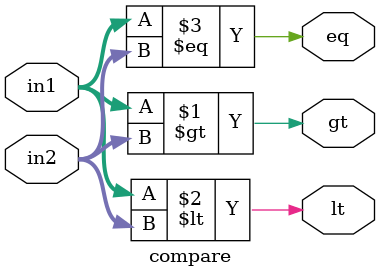
<source format=v>
`timescale 10ns/1ns
module GCD ( gt, lt, eq, lda, ldb, sel_1, sel_2, sel_in, data_in, clk);

input lda, ldb, sel_1, sel_2, sel_in, clk;
input [15:0] data_in;
output gt, lt, eq;
wire [15:0] aout, Bout, x, y, bus, subout;
assign bus = data_in;

pipo a (aout, bus, lda,clk);
pipo b (Bout, bus, ldb,clk);
mux mux_1  (x, aout, Bout, sel_1);
mux mux_2 (y, aout, Bout, sel_2);
mux mux_load (bus, subout, data_in, sel_in);
sub sb (subout, x, y );
compare comp(gt, lt, eq, aout, Bout);

endmodule
 

// Path: mux.v
`timescale 10ns/1ns
module mux (out, in1, in2, sel);

input [15:0] in1, in2;
input sel;
output [15:0] out;
assign out = sel ? in1 : in2;

endmodule


// Path: pipo_1.v
`timescale 10ns/1ns
module pipo (out, in, load, clk);

input [15:0] in;
input load, clk;
output reg [15:0] out;
always @(posedge clk)
begin
if (load)
out <= in;
end

endmodule

// Path: sub.v
`timescale 10ns/1ns
module sub (out, in1, in2);

input [15:0] in1, in2;
output reg [15:0]  out;
always @(*)
      out = in1 - in2;

endmodule


// Path: compare.v
`timescale 10ns/1ns
module compare (gt, lt, eq, in1, in2);

input [15:0] in1, in2;
output gt, lt, eq;
assign gt = (in1 > in2);
assign lt = (in1 < in2);
assign eq = (in1 == in2);

endmodule
</source>
